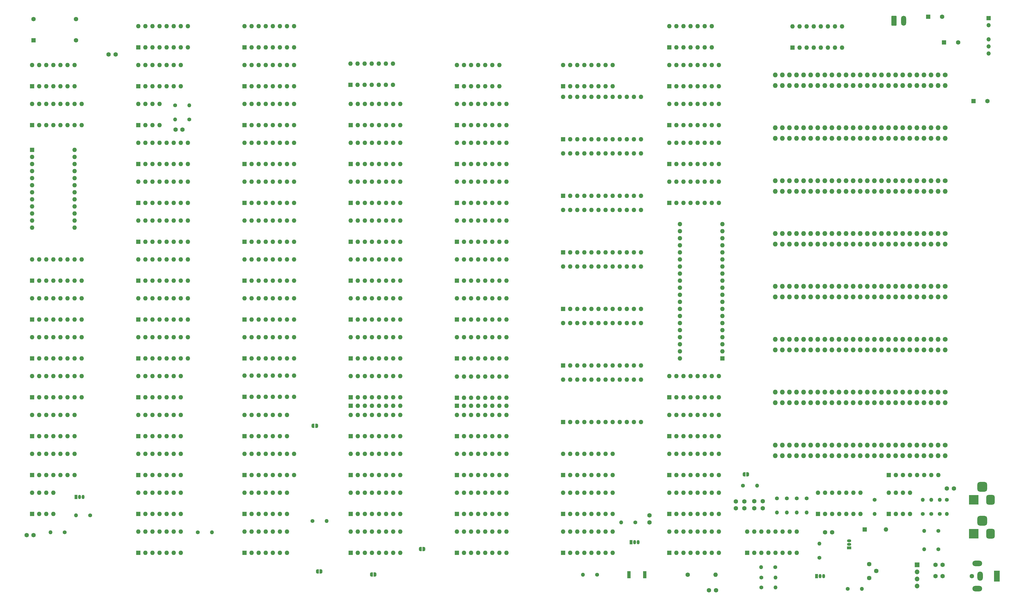
<source format=gbr>
G04 #@! TF.GenerationSoftware,KiCad,Pcbnew,6.0.0-d3dd2cf0fa~116~ubuntu21.10.1*
G04 #@! TF.CreationDate,2022-01-15T20:47:48-06:00*
G04 #@! TF.ProjectId,applebrd,6170706c-6562-4726-942e-6b696361645f,rev?*
G04 #@! TF.SameCoordinates,Original*
G04 #@! TF.FileFunction,Soldermask,Top*
G04 #@! TF.FilePolarity,Negative*
%FSLAX46Y46*%
G04 Gerber Fmt 4.6, Leading zero omitted, Abs format (unit mm)*
G04 Created by KiCad (PCBNEW 6.0.0-d3dd2cf0fa~116~ubuntu21.10.1) date 2022-01-15 20:47:48*
%MOMM*%
%LPD*%
G01*
G04 APERTURE LIST*
G04 Aperture macros list*
%AMRoundRect*
0 Rectangle with rounded corners*
0 $1 Rounding radius*
0 $2 $3 $4 $5 $6 $7 $8 $9 X,Y pos of 4 corners*
0 Add a 4 corners polygon primitive as box body*
4,1,4,$2,$3,$4,$5,$6,$7,$8,$9,$2,$3,0*
0 Add four circle primitives for the rounded corners*
1,1,$1+$1,$2,$3*
1,1,$1+$1,$4,$5*
1,1,$1+$1,$6,$7*
1,1,$1+$1,$8,$9*
0 Add four rect primitives between the rounded corners*
20,1,$1+$1,$2,$3,$4,$5,0*
20,1,$1+$1,$4,$5,$6,$7,0*
20,1,$1+$1,$6,$7,$8,$9,0*
20,1,$1+$1,$8,$9,$2,$3,0*%
%AMFreePoly0*
4,1,22,0.500000,-0.750000,0.000000,-0.750000,0.000000,-0.745033,-0.079941,-0.743568,-0.215256,-0.701293,-0.333266,-0.622738,-0.424486,-0.514219,-0.481581,-0.384460,-0.499164,-0.250000,-0.500000,-0.250000,-0.500000,0.250000,-0.499164,0.250000,-0.499963,0.256109,-0.478152,0.396186,-0.417904,0.524511,-0.324060,0.630769,-0.204165,0.706417,-0.067858,0.745374,0.000000,0.744959,0.000000,0.750000,
0.500000,0.750000,0.500000,-0.750000,0.500000,-0.750000,$1*%
%AMFreePoly1*
4,1,20,0.000000,0.744959,0.073905,0.744508,0.209726,0.703889,0.328688,0.626782,0.421226,0.519385,0.479903,0.390333,0.500000,0.250000,0.500000,-0.250000,0.499851,-0.262216,0.476331,-0.402017,0.414519,-0.529596,0.319384,-0.634700,0.198574,-0.708877,0.061801,-0.746166,0.000000,-0.745033,0.000000,-0.750000,-0.500000,-0.750000,-0.500000,0.750000,0.000000,0.750000,0.000000,0.744959,
0.000000,0.744959,$1*%
G04 Aperture macros list end*
%ADD10C,1.620000*%
%ADD11RoundRect,0.250000X-0.650000X-1.550000X0.650000X-1.550000X0.650000X1.550000X-0.650000X1.550000X0*%
%ADD12O,1.800000X3.600000*%
%ADD13R,2.000000X4.000000*%
%ADD14O,2.000000X3.300000*%
%ADD15O,3.500000X2.000000*%
%ADD16C,1.600000*%
%ADD17R,1.600000X1.600000*%
%ADD18O,1.600000X1.600000*%
%ADD19R,1.050000X1.500000*%
%ADD20O,1.050000X1.500000*%
%ADD21C,1.400000*%
%ADD22O,1.400000X1.400000*%
%ADD23R,1.300000X2.500000*%
%ADD24FreePoly0,0.000000*%
%ADD25FreePoly1,0.000000*%
%ADD26FreePoly0,180.000000*%
%ADD27FreePoly1,180.000000*%
%ADD28R,1.500000X1.050000*%
%ADD29O,1.500000X1.050000*%
%ADD30R,3.500000X3.500000*%
%ADD31RoundRect,0.750000X0.750000X1.000000X-0.750000X1.000000X-0.750000X-1.000000X0.750000X-1.000000X0*%
%ADD32RoundRect,0.875000X0.875000X0.875000X-0.875000X0.875000X-0.875000X-0.875000X0.875000X-0.875000X0*%
%ADD33R,1.700000X1.700000*%
%ADD34O,1.700000X1.700000*%
%ADD35O,1.727200X1.727200*%
%ADD36C,1.727200*%
%ADD37R,1.500000X1.500000*%
%ADD38O,1.500000X1.500000*%
G04 APERTURE END LIST*
D10*
X358745400Y-360817800D03*
X361245400Y-358317800D03*
X358745400Y-355817800D03*
D11*
X367588800Y-160553400D03*
D12*
X371088800Y-160553400D03*
D13*
X404508600Y-360121200D03*
D14*
X398508600Y-360121200D03*
D15*
X397508600Y-355621200D03*
X397508600Y-364621200D03*
D16*
X395508600Y-360121200D03*
D17*
X357124000Y-343408000D03*
D18*
X364744000Y-343408000D03*
D19*
X273304000Y-347980000D03*
D20*
X274574000Y-347980000D03*
X275844000Y-347980000D03*
D19*
X339852000Y-360172000D03*
D20*
X341122000Y-360172000D03*
X342392000Y-360172000D03*
D19*
X74168000Y-331724000D03*
D20*
X75438000Y-331724000D03*
X76708000Y-331724000D03*
D21*
X261112000Y-359664000D03*
D22*
X256032000Y-359664000D03*
D21*
X324982840Y-356930960D03*
D22*
X319902840Y-356930960D03*
D21*
X320040000Y-364236000D03*
D22*
X325120000Y-364236000D03*
D21*
X320040000Y-360680000D03*
D22*
X325120000Y-360680000D03*
D21*
X351028000Y-364744000D03*
D22*
X356108000Y-364744000D03*
D21*
X383540000Y-350520000D03*
D22*
X378460000Y-350520000D03*
D21*
X114808000Y-196088000D03*
D22*
X114808000Y-191008000D03*
D21*
X109728000Y-191008000D03*
D22*
X109728000Y-196088000D03*
D21*
X79248000Y-338328000D03*
D22*
X74168000Y-338328000D03*
D21*
X360680000Y-332740000D03*
D22*
X360680000Y-337820000D03*
D21*
X377952000Y-337820000D03*
D22*
X377952000Y-332740000D03*
D21*
X381000000Y-337820000D03*
D22*
X381000000Y-332740000D03*
D21*
X383540000Y-343916000D03*
D22*
X378460000Y-343916000D03*
D21*
X384048000Y-337820000D03*
D22*
X384048000Y-332740000D03*
D21*
X325628000Y-332232000D03*
D22*
X325628000Y-337312000D03*
D21*
X329184000Y-332232000D03*
D22*
X329184000Y-337312000D03*
D21*
X332740000Y-332232000D03*
D22*
X332740000Y-337312000D03*
D21*
X336296000Y-332232000D03*
D22*
X336296000Y-337312000D03*
D21*
X340868000Y-353568000D03*
D22*
X340868000Y-348488000D03*
D21*
X117856000Y-344424000D03*
D22*
X122936000Y-344424000D03*
D21*
X70104000Y-344424000D03*
D22*
X65024000Y-344424000D03*
D21*
X274828000Y-340868000D03*
D22*
X269748000Y-340868000D03*
D21*
X386588000Y-332740000D03*
D22*
X386588000Y-337820000D03*
D21*
X159004000Y-340360000D03*
D22*
X164084000Y-340360000D03*
D17*
X172720000Y-298958000D03*
D18*
X175260000Y-298958000D03*
X177800000Y-298958000D03*
X180340000Y-298958000D03*
X182880000Y-298958000D03*
X185420000Y-298958000D03*
X187960000Y-298958000D03*
X190500000Y-298958000D03*
D17*
X58420000Y-184150000D03*
D18*
X60960000Y-184150000D03*
X63500000Y-184150000D03*
X66040000Y-184150000D03*
X68580000Y-184150000D03*
X71120000Y-184150000D03*
X73660000Y-184150000D03*
X73660000Y-176530000D03*
X71120000Y-176530000D03*
X68580000Y-176530000D03*
X66040000Y-176530000D03*
X63500000Y-176530000D03*
X60960000Y-176530000D03*
X58420000Y-176530000D03*
D17*
X58420000Y-198120000D03*
D18*
X60960000Y-198120000D03*
X63500000Y-198120000D03*
X66040000Y-198120000D03*
X68580000Y-198120000D03*
X71120000Y-198120000D03*
X73660000Y-198120000D03*
X76200000Y-198120000D03*
X76200000Y-190500000D03*
X73660000Y-190500000D03*
X71120000Y-190500000D03*
X68580000Y-190500000D03*
X66040000Y-190500000D03*
X63500000Y-190500000D03*
X60960000Y-190500000D03*
X58420000Y-190500000D03*
D17*
X58420000Y-207010000D03*
D18*
X58420000Y-209550000D03*
X58420000Y-212090000D03*
X58420000Y-214630000D03*
X58420000Y-217170000D03*
X58420000Y-219710000D03*
X58420000Y-222250000D03*
X58420000Y-224790000D03*
X58420000Y-227330000D03*
X58420000Y-229870000D03*
X58420000Y-232410000D03*
X58420000Y-234950000D03*
X73660000Y-234950000D03*
X73660000Y-232410000D03*
X73660000Y-229870000D03*
X73660000Y-227330000D03*
X73660000Y-224790000D03*
X73660000Y-222250000D03*
X73660000Y-219710000D03*
X73660000Y-217170000D03*
X73660000Y-214630000D03*
X73660000Y-212090000D03*
X73660000Y-209550000D03*
X73660000Y-207010000D03*
D17*
X58420000Y-267970000D03*
D18*
X60960000Y-267970000D03*
X63500000Y-267970000D03*
X66040000Y-267970000D03*
X68580000Y-267970000D03*
X71120000Y-267970000D03*
X73660000Y-267970000D03*
X76200000Y-267970000D03*
X76200000Y-260350000D03*
X73660000Y-260350000D03*
X71120000Y-260350000D03*
X68580000Y-260350000D03*
X66040000Y-260350000D03*
X63500000Y-260350000D03*
X60960000Y-260350000D03*
X58420000Y-260350000D03*
D17*
X58420000Y-254000000D03*
D18*
X60960000Y-254000000D03*
X63500000Y-254000000D03*
X66040000Y-254000000D03*
X68580000Y-254000000D03*
X71120000Y-254000000D03*
X73660000Y-254000000D03*
X76200000Y-254000000D03*
X76200000Y-246380000D03*
X73660000Y-246380000D03*
X71120000Y-246380000D03*
X68580000Y-246380000D03*
X66040000Y-246380000D03*
X63500000Y-246380000D03*
X60960000Y-246380000D03*
X58420000Y-246380000D03*
D17*
X58420000Y-281940000D03*
D18*
X60960000Y-281940000D03*
X63500000Y-281940000D03*
X66040000Y-281940000D03*
X68580000Y-281940000D03*
X71120000Y-281940000D03*
X73660000Y-281940000D03*
X76200000Y-281940000D03*
X76200000Y-274320000D03*
X73660000Y-274320000D03*
X71120000Y-274320000D03*
X68580000Y-274320000D03*
X66040000Y-274320000D03*
X63500000Y-274320000D03*
X60960000Y-274320000D03*
X58420000Y-274320000D03*
D17*
X58420000Y-295910000D03*
D18*
X60960000Y-295910000D03*
X63500000Y-295910000D03*
X66040000Y-295910000D03*
X68580000Y-295910000D03*
X71120000Y-295910000D03*
X73660000Y-295910000D03*
X76200000Y-295910000D03*
X76200000Y-288290000D03*
X73660000Y-288290000D03*
X71120000Y-288290000D03*
X68580000Y-288290000D03*
X66040000Y-288290000D03*
X63500000Y-288290000D03*
X60960000Y-288290000D03*
X58420000Y-288290000D03*
D17*
X58420000Y-309880000D03*
D18*
X60960000Y-309880000D03*
X63500000Y-309880000D03*
X66040000Y-309880000D03*
X68580000Y-309880000D03*
X71120000Y-309880000D03*
X73660000Y-309880000D03*
X73660000Y-302260000D03*
X71120000Y-302260000D03*
X68580000Y-302260000D03*
X66040000Y-302260000D03*
X63500000Y-302260000D03*
X60960000Y-302260000D03*
X58420000Y-302260000D03*
D17*
X58420000Y-323850000D03*
D18*
X60960000Y-323850000D03*
X63500000Y-323850000D03*
X66040000Y-323850000D03*
X68580000Y-323850000D03*
X71120000Y-323850000D03*
X73660000Y-323850000D03*
X73660000Y-316230000D03*
X71120000Y-316230000D03*
X68580000Y-316230000D03*
X66040000Y-316230000D03*
X63500000Y-316230000D03*
X60960000Y-316230000D03*
X58420000Y-316230000D03*
D17*
X96520000Y-170180000D03*
D18*
X99060000Y-170180000D03*
X101600000Y-170180000D03*
X104140000Y-170180000D03*
X106680000Y-170180000D03*
X109220000Y-170180000D03*
X111760000Y-170180000D03*
X114300000Y-170180000D03*
X114300000Y-162560000D03*
X111760000Y-162560000D03*
X109220000Y-162560000D03*
X106680000Y-162560000D03*
X104140000Y-162560000D03*
X101600000Y-162560000D03*
X99060000Y-162560000D03*
X96520000Y-162560000D03*
D17*
X96520000Y-184150000D03*
D18*
X99060000Y-184150000D03*
X101600000Y-184150000D03*
X104140000Y-184150000D03*
X106680000Y-184150000D03*
X109220000Y-184150000D03*
X111760000Y-184150000D03*
X111760000Y-176530000D03*
X109220000Y-176530000D03*
X106680000Y-176530000D03*
X104140000Y-176530000D03*
X101600000Y-176530000D03*
X99060000Y-176530000D03*
X96520000Y-176530000D03*
D17*
X96520000Y-212090000D03*
D18*
X99060000Y-212090000D03*
X101600000Y-212090000D03*
X104140000Y-212090000D03*
X106680000Y-212090000D03*
X109220000Y-212090000D03*
X111760000Y-212090000D03*
X114300000Y-212090000D03*
X114300000Y-204470000D03*
X111760000Y-204470000D03*
X109220000Y-204470000D03*
X106680000Y-204470000D03*
X104140000Y-204470000D03*
X101600000Y-204470000D03*
X99060000Y-204470000D03*
X96520000Y-204470000D03*
D17*
X96520000Y-226060000D03*
D18*
X99060000Y-226060000D03*
X101600000Y-226060000D03*
X104140000Y-226060000D03*
X106680000Y-226060000D03*
X109220000Y-226060000D03*
X111760000Y-226060000D03*
X114300000Y-226060000D03*
X114300000Y-218440000D03*
X111760000Y-218440000D03*
X109220000Y-218440000D03*
X106680000Y-218440000D03*
X104140000Y-218440000D03*
X101600000Y-218440000D03*
X99060000Y-218440000D03*
X96520000Y-218440000D03*
D17*
X96520000Y-240030000D03*
D18*
X99060000Y-240030000D03*
X101600000Y-240030000D03*
X104140000Y-240030000D03*
X106680000Y-240030000D03*
X109220000Y-240030000D03*
X111760000Y-240030000D03*
X114300000Y-240030000D03*
X114300000Y-232410000D03*
X111760000Y-232410000D03*
X109220000Y-232410000D03*
X106680000Y-232410000D03*
X104140000Y-232410000D03*
X101600000Y-232410000D03*
X99060000Y-232410000D03*
X96520000Y-232410000D03*
D17*
X96520000Y-254000000D03*
D18*
X99060000Y-254000000D03*
X101600000Y-254000000D03*
X104140000Y-254000000D03*
X106680000Y-254000000D03*
X109220000Y-254000000D03*
X111760000Y-254000000D03*
X114300000Y-254000000D03*
X114300000Y-246380000D03*
X111760000Y-246380000D03*
X109220000Y-246380000D03*
X106680000Y-246380000D03*
X104140000Y-246380000D03*
X101600000Y-246380000D03*
X99060000Y-246380000D03*
X96520000Y-246380000D03*
D17*
X96520000Y-267970000D03*
D18*
X99060000Y-267970000D03*
X101600000Y-267970000D03*
X104140000Y-267970000D03*
X106680000Y-267970000D03*
X109220000Y-267970000D03*
X111760000Y-267970000D03*
X114300000Y-267970000D03*
X114300000Y-260350000D03*
X111760000Y-260350000D03*
X109220000Y-260350000D03*
X106680000Y-260350000D03*
X104140000Y-260350000D03*
X101600000Y-260350000D03*
X99060000Y-260350000D03*
X96520000Y-260350000D03*
D17*
X96520000Y-281940000D03*
D18*
X99060000Y-281940000D03*
X101600000Y-281940000D03*
X104140000Y-281940000D03*
X106680000Y-281940000D03*
X109220000Y-281940000D03*
X111760000Y-281940000D03*
X114300000Y-281940000D03*
X114300000Y-274320000D03*
X111760000Y-274320000D03*
X109220000Y-274320000D03*
X106680000Y-274320000D03*
X104140000Y-274320000D03*
X101600000Y-274320000D03*
X99060000Y-274320000D03*
X96520000Y-274320000D03*
D17*
X96520000Y-295910000D03*
D18*
X99060000Y-295910000D03*
X101600000Y-295910000D03*
X104140000Y-295910000D03*
X106680000Y-295910000D03*
X109220000Y-295910000D03*
X111760000Y-295910000D03*
X111760000Y-288290000D03*
X109220000Y-288290000D03*
X106680000Y-288290000D03*
X104140000Y-288290000D03*
X101600000Y-288290000D03*
X99060000Y-288290000D03*
X96520000Y-288290000D03*
D17*
X96520000Y-309880000D03*
D18*
X99060000Y-309880000D03*
X101600000Y-309880000D03*
X104140000Y-309880000D03*
X106680000Y-309880000D03*
X109220000Y-309880000D03*
X111760000Y-309880000D03*
X111760000Y-302260000D03*
X109220000Y-302260000D03*
X106680000Y-302260000D03*
X104140000Y-302260000D03*
X101600000Y-302260000D03*
X99060000Y-302260000D03*
X96520000Y-302260000D03*
D17*
X96520000Y-337820000D03*
D18*
X99060000Y-337820000D03*
X101600000Y-337820000D03*
X104140000Y-337820000D03*
X106680000Y-337820000D03*
X109220000Y-337820000D03*
X111760000Y-337820000D03*
X111760000Y-330200000D03*
X109220000Y-330200000D03*
X106680000Y-330200000D03*
X104140000Y-330200000D03*
X101600000Y-330200000D03*
X99060000Y-330200000D03*
X96520000Y-330200000D03*
D17*
X96520000Y-351790000D03*
D18*
X99060000Y-351790000D03*
X101600000Y-351790000D03*
X104140000Y-351790000D03*
X106680000Y-351790000D03*
X109220000Y-351790000D03*
X111760000Y-351790000D03*
X111760000Y-344170000D03*
X109220000Y-344170000D03*
X106680000Y-344170000D03*
X104140000Y-344170000D03*
X101600000Y-344170000D03*
X99060000Y-344170000D03*
X96520000Y-344170000D03*
D17*
X134620000Y-170180000D03*
D18*
X137160000Y-170180000D03*
X139700000Y-170180000D03*
X142240000Y-170180000D03*
X144780000Y-170180000D03*
X147320000Y-170180000D03*
X149860000Y-170180000D03*
X152400000Y-170180000D03*
X152400000Y-162560000D03*
X149860000Y-162560000D03*
X147320000Y-162560000D03*
X144780000Y-162560000D03*
X142240000Y-162560000D03*
X139700000Y-162560000D03*
X137160000Y-162560000D03*
X134620000Y-162560000D03*
D17*
X134620000Y-184150000D03*
D18*
X137160000Y-184150000D03*
X139700000Y-184150000D03*
X142240000Y-184150000D03*
X144780000Y-184150000D03*
X147320000Y-184150000D03*
X149860000Y-184150000D03*
X152400000Y-184150000D03*
X152400000Y-176530000D03*
X149860000Y-176530000D03*
X147320000Y-176530000D03*
X144780000Y-176530000D03*
X142240000Y-176530000D03*
X139700000Y-176530000D03*
X137160000Y-176530000D03*
X134620000Y-176530000D03*
D17*
X134620000Y-323850000D03*
D18*
X137160000Y-323850000D03*
X139700000Y-323850000D03*
X142240000Y-323850000D03*
X144780000Y-323850000D03*
X147320000Y-323850000D03*
X149860000Y-323850000D03*
X152400000Y-323850000D03*
X152400000Y-316230000D03*
X149860000Y-316230000D03*
X147320000Y-316230000D03*
X144780000Y-316230000D03*
X142240000Y-316230000D03*
X139700000Y-316230000D03*
X137160000Y-316230000D03*
X134620000Y-316230000D03*
D17*
X134620000Y-337820000D03*
D18*
X137160000Y-337820000D03*
X139700000Y-337820000D03*
X142240000Y-337820000D03*
X144780000Y-337820000D03*
X147320000Y-337820000D03*
X149860000Y-337820000D03*
X149860000Y-330200000D03*
X147320000Y-330200000D03*
X144780000Y-330200000D03*
X142240000Y-330200000D03*
X139700000Y-330200000D03*
X137160000Y-330200000D03*
X134620000Y-330200000D03*
D17*
X134620000Y-351790000D03*
D18*
X137160000Y-351790000D03*
X139700000Y-351790000D03*
X142240000Y-351790000D03*
X144780000Y-351790000D03*
X147320000Y-351790000D03*
X149860000Y-351790000D03*
X149860000Y-344170000D03*
X147320000Y-344170000D03*
X144780000Y-344170000D03*
X142240000Y-344170000D03*
X139700000Y-344170000D03*
X137160000Y-344170000D03*
X134620000Y-344170000D03*
D17*
X172720000Y-309880000D03*
D18*
X175260000Y-309880000D03*
X177800000Y-309880000D03*
X180340000Y-309880000D03*
X182880000Y-309880000D03*
X185420000Y-309880000D03*
X187960000Y-309880000D03*
X190500000Y-309880000D03*
X190500000Y-302260000D03*
X187960000Y-302260000D03*
X185420000Y-302260000D03*
X182880000Y-302260000D03*
X180340000Y-302260000D03*
X177800000Y-302260000D03*
X175260000Y-302260000D03*
X172720000Y-302260000D03*
D17*
X172720000Y-323850000D03*
D18*
X175260000Y-323850000D03*
X177800000Y-323850000D03*
X180340000Y-323850000D03*
X182880000Y-323850000D03*
X185420000Y-323850000D03*
X187960000Y-323850000D03*
X190500000Y-323850000D03*
X190500000Y-316230000D03*
X187960000Y-316230000D03*
X185420000Y-316230000D03*
X182880000Y-316230000D03*
X180340000Y-316230000D03*
X177800000Y-316230000D03*
X175260000Y-316230000D03*
X172720000Y-316230000D03*
D17*
X172720000Y-337820000D03*
D18*
X175260000Y-337820000D03*
X177800000Y-337820000D03*
X180340000Y-337820000D03*
X182880000Y-337820000D03*
X185420000Y-337820000D03*
X187960000Y-337820000D03*
X190500000Y-337820000D03*
X190500000Y-330200000D03*
X187960000Y-330200000D03*
X185420000Y-330200000D03*
X182880000Y-330200000D03*
X180340000Y-330200000D03*
X177800000Y-330200000D03*
X175260000Y-330200000D03*
X172720000Y-330200000D03*
D17*
X172720000Y-351790000D03*
D18*
X175260000Y-351790000D03*
X177800000Y-351790000D03*
X180340000Y-351790000D03*
X182880000Y-351790000D03*
X185420000Y-351790000D03*
X187960000Y-351790000D03*
X190500000Y-351790000D03*
X190500000Y-344170000D03*
X187960000Y-344170000D03*
X185420000Y-344170000D03*
X182880000Y-344170000D03*
X180340000Y-344170000D03*
X177800000Y-344170000D03*
X175260000Y-344170000D03*
X172720000Y-344170000D03*
D17*
X210820000Y-309880000D03*
D18*
X213360000Y-309880000D03*
X215900000Y-309880000D03*
X218440000Y-309880000D03*
X220980000Y-309880000D03*
X223520000Y-309880000D03*
X226060000Y-309880000D03*
X228600000Y-309880000D03*
X228600000Y-302260000D03*
X226060000Y-302260000D03*
X223520000Y-302260000D03*
X220980000Y-302260000D03*
X218440000Y-302260000D03*
X215900000Y-302260000D03*
X213360000Y-302260000D03*
X210820000Y-302260000D03*
D17*
X210820000Y-323850000D03*
D18*
X213360000Y-323850000D03*
X215900000Y-323850000D03*
X218440000Y-323850000D03*
X220980000Y-323850000D03*
X223520000Y-323850000D03*
X226060000Y-323850000D03*
X228600000Y-323850000D03*
X228600000Y-316230000D03*
X226060000Y-316230000D03*
X223520000Y-316230000D03*
X220980000Y-316230000D03*
X218440000Y-316230000D03*
X215900000Y-316230000D03*
X213360000Y-316230000D03*
X210820000Y-316230000D03*
D17*
X210820000Y-351790000D03*
D18*
X213360000Y-351790000D03*
X215900000Y-351790000D03*
X218440000Y-351790000D03*
X220980000Y-351790000D03*
X223520000Y-351790000D03*
X226060000Y-351790000D03*
X228600000Y-351790000D03*
X228600000Y-344170000D03*
X226060000Y-344170000D03*
X223520000Y-344170000D03*
X220980000Y-344170000D03*
X218440000Y-344170000D03*
X215900000Y-344170000D03*
X213360000Y-344170000D03*
X210820000Y-344170000D03*
D17*
X248920000Y-184150000D03*
D18*
X251460000Y-184150000D03*
X254000000Y-184150000D03*
X256540000Y-184150000D03*
X259080000Y-184150000D03*
X261620000Y-184150000D03*
X264160000Y-184150000D03*
X266700000Y-184150000D03*
X266700000Y-176530000D03*
X264160000Y-176530000D03*
X261620000Y-176530000D03*
X259080000Y-176530000D03*
X256540000Y-176530000D03*
X254000000Y-176530000D03*
X251460000Y-176530000D03*
X248920000Y-176530000D03*
D17*
X248920000Y-323850000D03*
D18*
X251460000Y-323850000D03*
X254000000Y-323850000D03*
X256540000Y-323850000D03*
X259080000Y-323850000D03*
X261620000Y-323850000D03*
X264160000Y-323850000D03*
X266700000Y-323850000D03*
X266700000Y-316230000D03*
X264160000Y-316230000D03*
X261620000Y-316230000D03*
X259080000Y-316230000D03*
X256540000Y-316230000D03*
X254000000Y-316230000D03*
X251460000Y-316230000D03*
X248920000Y-316230000D03*
D17*
X248920000Y-337820000D03*
D18*
X251460000Y-337820000D03*
X254000000Y-337820000D03*
X256540000Y-337820000D03*
X259080000Y-337820000D03*
X261620000Y-337820000D03*
X264160000Y-337820000D03*
X266700000Y-337820000D03*
X266700000Y-330200000D03*
X264160000Y-330200000D03*
X261620000Y-330200000D03*
X259080000Y-330200000D03*
X256540000Y-330200000D03*
X254000000Y-330200000D03*
X251460000Y-330200000D03*
X248920000Y-330200000D03*
D17*
X248920000Y-351790000D03*
D18*
X251460000Y-351790000D03*
X254000000Y-351790000D03*
X256540000Y-351790000D03*
X259080000Y-351790000D03*
X261620000Y-351790000D03*
X264160000Y-351790000D03*
X266700000Y-351790000D03*
X266700000Y-344170000D03*
X264160000Y-344170000D03*
X261620000Y-344170000D03*
X259080000Y-344170000D03*
X256540000Y-344170000D03*
X254000000Y-344170000D03*
X251460000Y-344170000D03*
X248920000Y-344170000D03*
D17*
X287020000Y-170180000D03*
D18*
X289560000Y-170180000D03*
X292100000Y-170180000D03*
X294640000Y-170180000D03*
X297180000Y-170180000D03*
X299720000Y-170180000D03*
X302260000Y-170180000D03*
X302260000Y-162560000D03*
X299720000Y-162560000D03*
X297180000Y-162560000D03*
X294640000Y-162560000D03*
X292100000Y-162560000D03*
X289560000Y-162560000D03*
X287020000Y-162560000D03*
D17*
X287020000Y-351790000D03*
D18*
X289560000Y-351790000D03*
X292100000Y-351790000D03*
X294640000Y-351790000D03*
X297180000Y-351790000D03*
X299720000Y-351790000D03*
X302260000Y-351790000D03*
X304800000Y-351790000D03*
X304800000Y-344170000D03*
X302260000Y-344170000D03*
X299720000Y-344170000D03*
X297180000Y-344170000D03*
X294640000Y-344170000D03*
X292100000Y-344170000D03*
X289560000Y-344170000D03*
X287020000Y-344170000D03*
D17*
X331195680Y-170263820D03*
D18*
X333735680Y-170263820D03*
X336275680Y-170263820D03*
X338815680Y-170263820D03*
X341355680Y-170263820D03*
X343895680Y-170263820D03*
X346435680Y-170263820D03*
X348975680Y-170263820D03*
X348975680Y-162643820D03*
X346435680Y-162643820D03*
X343895680Y-162643820D03*
X341355680Y-162643820D03*
X338815680Y-162643820D03*
X336275680Y-162643820D03*
X333735680Y-162643820D03*
X331195680Y-162643820D03*
D17*
X287020000Y-198120000D03*
D18*
X289560000Y-198120000D03*
X292100000Y-198120000D03*
X294640000Y-198120000D03*
X297180000Y-198120000D03*
X299720000Y-198120000D03*
X302260000Y-198120000D03*
X304800000Y-198120000D03*
X304800000Y-190500000D03*
X302260000Y-190500000D03*
X299720000Y-190500000D03*
X297180000Y-190500000D03*
X294640000Y-190500000D03*
X292100000Y-190500000D03*
X289560000Y-190500000D03*
X287020000Y-190500000D03*
D17*
X287020000Y-212090000D03*
D18*
X289560000Y-212090000D03*
X292100000Y-212090000D03*
X294640000Y-212090000D03*
X297180000Y-212090000D03*
X299720000Y-212090000D03*
X302260000Y-212090000D03*
X304800000Y-212090000D03*
X304800000Y-204470000D03*
X302260000Y-204470000D03*
X299720000Y-204470000D03*
X297180000Y-204470000D03*
X294640000Y-204470000D03*
X292100000Y-204470000D03*
X289560000Y-204470000D03*
X287020000Y-204470000D03*
D17*
X314960000Y-351790000D03*
D18*
X317500000Y-351790000D03*
X320040000Y-351790000D03*
X322580000Y-351790000D03*
X325120000Y-351790000D03*
X327660000Y-351790000D03*
X330200000Y-351790000D03*
X332740000Y-351790000D03*
X332740000Y-344170000D03*
X330200000Y-344170000D03*
X327660000Y-344170000D03*
X325120000Y-344170000D03*
X322580000Y-344170000D03*
X320040000Y-344170000D03*
X317500000Y-344170000D03*
X314960000Y-344170000D03*
D17*
X365760000Y-337820000D03*
D18*
X368300000Y-337820000D03*
X370840000Y-337820000D03*
X373380000Y-337820000D03*
X373380000Y-330200000D03*
X370840000Y-330200000D03*
X368300000Y-330200000D03*
X365760000Y-330200000D03*
D17*
X287020000Y-226060000D03*
D18*
X289560000Y-226060000D03*
X292100000Y-226060000D03*
X294640000Y-226060000D03*
X297180000Y-226060000D03*
X299720000Y-226060000D03*
X302260000Y-226060000D03*
X304800000Y-226060000D03*
X304800000Y-218440000D03*
X302260000Y-218440000D03*
X299720000Y-218440000D03*
X297180000Y-218440000D03*
X294640000Y-218440000D03*
X292100000Y-218440000D03*
X289560000Y-218440000D03*
X287020000Y-218440000D03*
D17*
X287020000Y-295910000D03*
D18*
X289560000Y-295910000D03*
X292100000Y-295910000D03*
X294640000Y-295910000D03*
X297180000Y-295910000D03*
X299720000Y-295910000D03*
X302260000Y-295910000D03*
X304800000Y-295910000D03*
X304800000Y-288290000D03*
X302260000Y-288290000D03*
X299720000Y-288290000D03*
X297180000Y-288290000D03*
X294640000Y-288290000D03*
X292100000Y-288290000D03*
X289560000Y-288290000D03*
X287020000Y-288290000D03*
D17*
X287020000Y-309880000D03*
D18*
X289560000Y-309880000D03*
X292100000Y-309880000D03*
X294640000Y-309880000D03*
X297180000Y-309880000D03*
X299720000Y-309880000D03*
X302260000Y-309880000D03*
X304800000Y-309880000D03*
X304800000Y-302260000D03*
X302260000Y-302260000D03*
X299720000Y-302260000D03*
X297180000Y-302260000D03*
X294640000Y-302260000D03*
X292100000Y-302260000D03*
X289560000Y-302260000D03*
X287020000Y-302260000D03*
D17*
X248920000Y-203200000D03*
D18*
X251460000Y-203200000D03*
X254000000Y-203200000D03*
X256540000Y-203200000D03*
X259080000Y-203200000D03*
X261620000Y-203200000D03*
X264160000Y-203200000D03*
X266700000Y-203200000D03*
X269240000Y-203200000D03*
X271780000Y-203200000D03*
X274320000Y-203200000D03*
X276860000Y-203200000D03*
X276860000Y-187960000D03*
X274320000Y-187960000D03*
X271780000Y-187960000D03*
X269240000Y-187960000D03*
X266700000Y-187960000D03*
X264160000Y-187960000D03*
X261620000Y-187960000D03*
X259080000Y-187960000D03*
X256540000Y-187960000D03*
X254000000Y-187960000D03*
X251460000Y-187960000D03*
X248920000Y-187960000D03*
D17*
X248920000Y-223520000D03*
D18*
X251460000Y-223520000D03*
X254000000Y-223520000D03*
X256540000Y-223520000D03*
X259080000Y-223520000D03*
X261620000Y-223520000D03*
X264160000Y-223520000D03*
X266700000Y-223520000D03*
X269240000Y-223520000D03*
X271780000Y-223520000D03*
X274320000Y-223520000D03*
X276860000Y-223520000D03*
X276860000Y-208280000D03*
X274320000Y-208280000D03*
X271780000Y-208280000D03*
X269240000Y-208280000D03*
X266700000Y-208280000D03*
X264160000Y-208280000D03*
X261620000Y-208280000D03*
X259080000Y-208280000D03*
X256540000Y-208280000D03*
X254000000Y-208280000D03*
X251460000Y-208280000D03*
X248920000Y-208280000D03*
D17*
X248920000Y-243840000D03*
D18*
X251460000Y-243840000D03*
X254000000Y-243840000D03*
X256540000Y-243840000D03*
X259080000Y-243840000D03*
X261620000Y-243840000D03*
X264160000Y-243840000D03*
X266700000Y-243840000D03*
X269240000Y-243840000D03*
X271780000Y-243840000D03*
X274320000Y-243840000D03*
X276860000Y-243840000D03*
X276860000Y-228600000D03*
X274320000Y-228600000D03*
X271780000Y-228600000D03*
X269240000Y-228600000D03*
X266700000Y-228600000D03*
X264160000Y-228600000D03*
X261620000Y-228600000D03*
X259080000Y-228600000D03*
X256540000Y-228600000D03*
X254000000Y-228600000D03*
X251460000Y-228600000D03*
X248920000Y-228600000D03*
D17*
X248920000Y-264160000D03*
D18*
X251460000Y-264160000D03*
X254000000Y-264160000D03*
X256540000Y-264160000D03*
X259080000Y-264160000D03*
X261620000Y-264160000D03*
X264160000Y-264160000D03*
X266700000Y-264160000D03*
X269240000Y-264160000D03*
X271780000Y-264160000D03*
X274320000Y-264160000D03*
X276860000Y-264160000D03*
X276860000Y-248920000D03*
X274320000Y-248920000D03*
X271780000Y-248920000D03*
X269240000Y-248920000D03*
X266700000Y-248920000D03*
X264160000Y-248920000D03*
X261620000Y-248920000D03*
X259080000Y-248920000D03*
X256540000Y-248920000D03*
X254000000Y-248920000D03*
X251460000Y-248920000D03*
X248920000Y-248920000D03*
D17*
X248920000Y-284480000D03*
D18*
X251460000Y-284480000D03*
X254000000Y-284480000D03*
X256540000Y-284480000D03*
X259080000Y-284480000D03*
X261620000Y-284480000D03*
X264160000Y-284480000D03*
X266700000Y-284480000D03*
X269240000Y-284480000D03*
X271780000Y-284480000D03*
X274320000Y-284480000D03*
X276860000Y-284480000D03*
X276860000Y-269240000D03*
X274320000Y-269240000D03*
X271780000Y-269240000D03*
X269240000Y-269240000D03*
X266700000Y-269240000D03*
X264160000Y-269240000D03*
X261620000Y-269240000D03*
X259080000Y-269240000D03*
X256540000Y-269240000D03*
X254000000Y-269240000D03*
X251460000Y-269240000D03*
X248920000Y-269240000D03*
D17*
X248920000Y-304800000D03*
D18*
X251460000Y-304800000D03*
X254000000Y-304800000D03*
X256540000Y-304800000D03*
X259080000Y-304800000D03*
X261620000Y-304800000D03*
X264160000Y-304800000D03*
X266700000Y-304800000D03*
X269240000Y-304800000D03*
X271780000Y-304800000D03*
X274320000Y-304800000D03*
X276860000Y-304800000D03*
X276860000Y-289560000D03*
X274320000Y-289560000D03*
X271780000Y-289560000D03*
X269240000Y-289560000D03*
X266700000Y-289560000D03*
X264160000Y-289560000D03*
X261620000Y-289560000D03*
X259080000Y-289560000D03*
X256540000Y-289560000D03*
X254000000Y-289560000D03*
X251460000Y-289560000D03*
X248920000Y-289560000D03*
D17*
X58928000Y-167640000D03*
D16*
X74168000Y-167640000D03*
X74168000Y-160020000D03*
X58928000Y-160020000D03*
D17*
X287020000Y-337820000D03*
D18*
X289560000Y-337820000D03*
X292100000Y-337820000D03*
X294640000Y-337820000D03*
X297180000Y-337820000D03*
X299720000Y-337820000D03*
X302260000Y-337820000D03*
X304800000Y-337820000D03*
X304800000Y-330200000D03*
X302260000Y-330200000D03*
X299720000Y-330200000D03*
X297180000Y-330200000D03*
X294640000Y-330200000D03*
X292100000Y-330200000D03*
X289560000Y-330200000D03*
X287020000Y-330200000D03*
D17*
X134620000Y-309880000D03*
D18*
X137160000Y-309880000D03*
X139700000Y-309880000D03*
X142240000Y-309880000D03*
X144780000Y-309880000D03*
X147320000Y-309880000D03*
X149860000Y-309880000D03*
X149860000Y-302260000D03*
X147320000Y-302260000D03*
X144780000Y-302260000D03*
X142240000Y-302260000D03*
X139700000Y-302260000D03*
X137160000Y-302260000D03*
X134620000Y-302260000D03*
D17*
X210820000Y-337820000D03*
D18*
X213360000Y-337820000D03*
X215900000Y-337820000D03*
X218440000Y-337820000D03*
X220980000Y-337820000D03*
X223520000Y-337820000D03*
X226060000Y-337820000D03*
X228600000Y-337820000D03*
X228600000Y-330200000D03*
X226060000Y-330200000D03*
X223520000Y-330200000D03*
X220980000Y-330200000D03*
X218440000Y-330200000D03*
X215900000Y-330200000D03*
X213360000Y-330200000D03*
X210820000Y-330200000D03*
D17*
X58420000Y-337820000D03*
D18*
X60960000Y-337820000D03*
X63500000Y-337820000D03*
X66040000Y-337820000D03*
X66040000Y-330200000D03*
X63500000Y-330200000D03*
X60960000Y-330200000D03*
X58420000Y-330200000D03*
D17*
X287020000Y-184150000D03*
D18*
X289560000Y-184150000D03*
X292100000Y-184150000D03*
X294640000Y-184150000D03*
X297180000Y-184150000D03*
X299720000Y-184150000D03*
X302260000Y-184150000D03*
X304800000Y-184150000D03*
X304800000Y-176530000D03*
X302260000Y-176530000D03*
X299720000Y-176530000D03*
X297180000Y-176530000D03*
X294640000Y-176530000D03*
X292100000Y-176530000D03*
X289560000Y-176530000D03*
X287020000Y-176530000D03*
D17*
X287020000Y-323850000D03*
D18*
X289560000Y-323850000D03*
X292100000Y-323850000D03*
X294640000Y-323850000D03*
X297180000Y-323850000D03*
X299720000Y-323850000D03*
X302260000Y-323850000D03*
X304800000Y-323850000D03*
X304800000Y-316230000D03*
X302260000Y-316230000D03*
X299720000Y-316230000D03*
X297180000Y-316230000D03*
X294640000Y-316230000D03*
X292100000Y-316230000D03*
X289560000Y-316230000D03*
X287020000Y-316230000D03*
D16*
X301244000Y-365252000D03*
X303744000Y-365252000D03*
X58928000Y-345440000D03*
X56428000Y-345440000D03*
X310896000Y-335788000D03*
X310896000Y-333288000D03*
X313944000Y-335788000D03*
X313944000Y-333288000D03*
X317500000Y-335748000D03*
X317500000Y-333248000D03*
X320548000Y-335748000D03*
X320548000Y-333248000D03*
X279908000Y-340828000D03*
X279908000Y-338328000D03*
X386588000Y-328676000D03*
X389088000Y-328676000D03*
X342900000Y-344424000D03*
X345400000Y-344424000D03*
X85852000Y-172720000D03*
X88352000Y-172720000D03*
X109860080Y-199694800D03*
X112360080Y-199694800D03*
D23*
X278186000Y-359664000D03*
X272486000Y-359664000D03*
D16*
X293624000Y-359664000D03*
D18*
X303624000Y-359664000D03*
D24*
X159169340Y-306130960D03*
D25*
X160469340Y-306130960D03*
D26*
X198937640Y-350398080D03*
D27*
X197637640Y-350398080D03*
D24*
X160764460Y-358485440D03*
D25*
X162064460Y-358485440D03*
D26*
X181419500Y-359534460D03*
D27*
X180119500Y-359534460D03*
D26*
X315102000Y-323596000D03*
D27*
X313802000Y-323596000D03*
D21*
X313436000Y-327660000D03*
D22*
X318516000Y-327660000D03*
D28*
X351536000Y-350012000D03*
D29*
X351536000Y-348742000D03*
X351536000Y-347472000D03*
D30*
X396240000Y-344932000D03*
D31*
X402240000Y-344932000D03*
D32*
X399240000Y-340232000D03*
D30*
X396240000Y-332740000D03*
D31*
X402240000Y-332740000D03*
D32*
X399240000Y-328040000D03*
D17*
X340360000Y-337820000D03*
D18*
X342900000Y-337820000D03*
X345440000Y-337820000D03*
X347980000Y-337820000D03*
X350520000Y-337820000D03*
X353060000Y-337820000D03*
X355600000Y-337820000D03*
X355600000Y-330200000D03*
X353060000Y-330200000D03*
X350520000Y-330200000D03*
X347980000Y-330200000D03*
X345440000Y-330200000D03*
X342900000Y-330200000D03*
X340360000Y-330200000D03*
D17*
X210820000Y-184150000D03*
D18*
X213360000Y-184150000D03*
X215900000Y-184150000D03*
X218440000Y-184150000D03*
X220980000Y-184150000D03*
X223520000Y-184150000D03*
X226060000Y-184150000D03*
X226060000Y-176530000D03*
X223520000Y-176530000D03*
X220980000Y-176530000D03*
X218440000Y-176530000D03*
X215900000Y-176530000D03*
X213360000Y-176530000D03*
X210820000Y-176530000D03*
D16*
X382524000Y-356108000D03*
X385024000Y-356108000D03*
X382524000Y-360172000D03*
X385024000Y-360172000D03*
D33*
X375920000Y-356108000D03*
D34*
X375920000Y-358648000D03*
X375920000Y-361188000D03*
X375920000Y-363728000D03*
D17*
X96520000Y-323850000D03*
D18*
X99060000Y-323850000D03*
X101600000Y-323850000D03*
X104140000Y-323850000D03*
X106680000Y-323850000D03*
X109220000Y-323850000D03*
X111760000Y-323850000D03*
X111760000Y-316230000D03*
X109220000Y-316230000D03*
X106680000Y-316230000D03*
X104140000Y-316230000D03*
X101600000Y-316230000D03*
X99060000Y-316230000D03*
X96520000Y-316230000D03*
D17*
X365760000Y-323850000D03*
D18*
X368300000Y-323850000D03*
X370840000Y-323850000D03*
X373380000Y-323850000D03*
X375920000Y-323850000D03*
X378460000Y-323850000D03*
X381000000Y-323850000D03*
X383540000Y-323850000D03*
D17*
X96520000Y-198120000D03*
D18*
X99060000Y-198120000D03*
X101600000Y-198120000D03*
X104140000Y-198120000D03*
X104140000Y-190500000D03*
X101600000Y-190500000D03*
X99060000Y-190500000D03*
X96520000Y-190500000D03*
D17*
X210820000Y-298958000D03*
D18*
X213360000Y-298958000D03*
X215900000Y-298958000D03*
X218440000Y-298958000D03*
X220980000Y-298958000D03*
X223520000Y-298958000D03*
X226060000Y-298958000D03*
X228600000Y-298958000D03*
D17*
X172620940Y-183657240D03*
D18*
X175160940Y-183657240D03*
X177700940Y-183657240D03*
X180240940Y-183657240D03*
X182780940Y-183657240D03*
X185320940Y-183657240D03*
X187860940Y-183657240D03*
X187860940Y-176037240D03*
X185320940Y-176037240D03*
X182780940Y-176037240D03*
X180240940Y-176037240D03*
X177700940Y-176037240D03*
X175160940Y-176037240D03*
X172620940Y-176037240D03*
D17*
X134620000Y-198120000D03*
D18*
X137160000Y-198120000D03*
X139700000Y-198120000D03*
X142240000Y-198120000D03*
X144780000Y-198120000D03*
X147320000Y-198120000D03*
X149860000Y-198120000D03*
X152400000Y-198120000D03*
X152400000Y-190500000D03*
X149860000Y-190500000D03*
X147320000Y-190500000D03*
X144780000Y-190500000D03*
X142240000Y-190500000D03*
X139700000Y-190500000D03*
X137160000Y-190500000D03*
X134620000Y-190500000D03*
D17*
X134620000Y-212090000D03*
D18*
X137160000Y-212090000D03*
X139700000Y-212090000D03*
X142240000Y-212090000D03*
X144780000Y-212090000D03*
X147320000Y-212090000D03*
X149860000Y-212090000D03*
X152400000Y-212090000D03*
X152400000Y-204470000D03*
X149860000Y-204470000D03*
X147320000Y-204470000D03*
X144780000Y-204470000D03*
X142240000Y-204470000D03*
X139700000Y-204470000D03*
X137160000Y-204470000D03*
X134620000Y-204470000D03*
D17*
X134620000Y-226060000D03*
D18*
X137160000Y-226060000D03*
X139700000Y-226060000D03*
X142240000Y-226060000D03*
X144780000Y-226060000D03*
X147320000Y-226060000D03*
X149860000Y-226060000D03*
X152400000Y-226060000D03*
X152400000Y-218440000D03*
X149860000Y-218440000D03*
X147320000Y-218440000D03*
X144780000Y-218440000D03*
X142240000Y-218440000D03*
X139700000Y-218440000D03*
X137160000Y-218440000D03*
X134620000Y-218440000D03*
D17*
X134620000Y-240030000D03*
D18*
X137160000Y-240030000D03*
X139700000Y-240030000D03*
X142240000Y-240030000D03*
X144780000Y-240030000D03*
X147320000Y-240030000D03*
X149860000Y-240030000D03*
X152400000Y-240030000D03*
X152400000Y-232410000D03*
X149860000Y-232410000D03*
X147320000Y-232410000D03*
X144780000Y-232410000D03*
X142240000Y-232410000D03*
X139700000Y-232410000D03*
X137160000Y-232410000D03*
X134620000Y-232410000D03*
D17*
X134620000Y-254000000D03*
D18*
X137160000Y-254000000D03*
X139700000Y-254000000D03*
X142240000Y-254000000D03*
X144780000Y-254000000D03*
X147320000Y-254000000D03*
X149860000Y-254000000D03*
X152400000Y-254000000D03*
X152400000Y-246380000D03*
X149860000Y-246380000D03*
X147320000Y-246380000D03*
X144780000Y-246380000D03*
X142240000Y-246380000D03*
X139700000Y-246380000D03*
X137160000Y-246380000D03*
X134620000Y-246380000D03*
D17*
X134620000Y-267970000D03*
D18*
X137160000Y-267970000D03*
X139700000Y-267970000D03*
X142240000Y-267970000D03*
X144780000Y-267970000D03*
X147320000Y-267970000D03*
X149860000Y-267970000D03*
X152400000Y-267970000D03*
X152400000Y-260350000D03*
X149860000Y-260350000D03*
X147320000Y-260350000D03*
X144780000Y-260350000D03*
X142240000Y-260350000D03*
X139700000Y-260350000D03*
X137160000Y-260350000D03*
X134620000Y-260350000D03*
D17*
X134620000Y-281940000D03*
D18*
X137160000Y-281940000D03*
X139700000Y-281940000D03*
X142240000Y-281940000D03*
X144780000Y-281940000D03*
X147320000Y-281940000D03*
X149860000Y-281940000D03*
X152400000Y-281940000D03*
X152400000Y-274320000D03*
X149860000Y-274320000D03*
X147320000Y-274320000D03*
X144780000Y-274320000D03*
X142240000Y-274320000D03*
X139700000Y-274320000D03*
X137160000Y-274320000D03*
X134620000Y-274320000D03*
D17*
X172720000Y-198120000D03*
D18*
X175260000Y-198120000D03*
X177800000Y-198120000D03*
X180340000Y-198120000D03*
X182880000Y-198120000D03*
X185420000Y-198120000D03*
X187960000Y-198120000D03*
X190500000Y-198120000D03*
X190500000Y-190500000D03*
X187960000Y-190500000D03*
X185420000Y-190500000D03*
X182880000Y-190500000D03*
X180340000Y-190500000D03*
X177800000Y-190500000D03*
X175260000Y-190500000D03*
X172720000Y-190500000D03*
D17*
X172720000Y-212090000D03*
D18*
X175260000Y-212090000D03*
X177800000Y-212090000D03*
X180340000Y-212090000D03*
X182880000Y-212090000D03*
X185420000Y-212090000D03*
X187960000Y-212090000D03*
X190500000Y-212090000D03*
X190500000Y-204470000D03*
X187960000Y-204470000D03*
X185420000Y-204470000D03*
X182880000Y-204470000D03*
X180340000Y-204470000D03*
X177800000Y-204470000D03*
X175260000Y-204470000D03*
X172720000Y-204470000D03*
D17*
X172720000Y-226060000D03*
D18*
X175260000Y-226060000D03*
X177800000Y-226060000D03*
X180340000Y-226060000D03*
X182880000Y-226060000D03*
X185420000Y-226060000D03*
X187960000Y-226060000D03*
X190500000Y-226060000D03*
X190500000Y-218440000D03*
X187960000Y-218440000D03*
X185420000Y-218440000D03*
X182880000Y-218440000D03*
X180340000Y-218440000D03*
X177800000Y-218440000D03*
X175260000Y-218440000D03*
X172720000Y-218440000D03*
D17*
X172720000Y-240030000D03*
D18*
X175260000Y-240030000D03*
X177800000Y-240030000D03*
X180340000Y-240030000D03*
X182880000Y-240030000D03*
X185420000Y-240030000D03*
X187960000Y-240030000D03*
X190500000Y-240030000D03*
X190500000Y-232410000D03*
X187960000Y-232410000D03*
X185420000Y-232410000D03*
X182880000Y-232410000D03*
X180340000Y-232410000D03*
X177800000Y-232410000D03*
X175260000Y-232410000D03*
X172720000Y-232410000D03*
D17*
X172720000Y-254000000D03*
D18*
X175260000Y-254000000D03*
X177800000Y-254000000D03*
X180340000Y-254000000D03*
X182880000Y-254000000D03*
X185420000Y-254000000D03*
X187960000Y-254000000D03*
X190500000Y-254000000D03*
X190500000Y-246380000D03*
X187960000Y-246380000D03*
X185420000Y-246380000D03*
X182880000Y-246380000D03*
X180340000Y-246380000D03*
X177800000Y-246380000D03*
X175260000Y-246380000D03*
X172720000Y-246380000D03*
D17*
X172720000Y-267970000D03*
D18*
X175260000Y-267970000D03*
X177800000Y-267970000D03*
X180340000Y-267970000D03*
X182880000Y-267970000D03*
X185420000Y-267970000D03*
X187960000Y-267970000D03*
X190500000Y-267970000D03*
X190500000Y-260350000D03*
X187960000Y-260350000D03*
X185420000Y-260350000D03*
X182880000Y-260350000D03*
X180340000Y-260350000D03*
X177800000Y-260350000D03*
X175260000Y-260350000D03*
X172720000Y-260350000D03*
D17*
X172720000Y-281940000D03*
D18*
X175260000Y-281940000D03*
X177800000Y-281940000D03*
X180340000Y-281940000D03*
X182880000Y-281940000D03*
X185420000Y-281940000D03*
X187960000Y-281940000D03*
X190500000Y-281940000D03*
X190500000Y-274320000D03*
X187960000Y-274320000D03*
X185420000Y-274320000D03*
X182880000Y-274320000D03*
X180340000Y-274320000D03*
X177800000Y-274320000D03*
X175260000Y-274320000D03*
X172720000Y-274320000D03*
D17*
X172720000Y-295910000D03*
D18*
X175260000Y-295910000D03*
X177800000Y-295910000D03*
X180340000Y-295910000D03*
X182880000Y-295910000D03*
X185420000Y-295910000D03*
X187960000Y-295910000D03*
X190500000Y-295910000D03*
X190500000Y-288290000D03*
X187960000Y-288290000D03*
X185420000Y-288290000D03*
X182880000Y-288290000D03*
X180340000Y-288290000D03*
X177800000Y-288290000D03*
X175260000Y-288290000D03*
X172720000Y-288290000D03*
D17*
X210820000Y-198120000D03*
D18*
X213360000Y-198120000D03*
X215900000Y-198120000D03*
X218440000Y-198120000D03*
X220980000Y-198120000D03*
X223520000Y-198120000D03*
X226060000Y-198120000D03*
X228600000Y-198120000D03*
X228600000Y-190500000D03*
X226060000Y-190500000D03*
X223520000Y-190500000D03*
X220980000Y-190500000D03*
X218440000Y-190500000D03*
X215900000Y-190500000D03*
X213360000Y-190500000D03*
X210820000Y-190500000D03*
D17*
X210820000Y-212090000D03*
D18*
X213360000Y-212090000D03*
X215900000Y-212090000D03*
X218440000Y-212090000D03*
X220980000Y-212090000D03*
X223520000Y-212090000D03*
X226060000Y-212090000D03*
X228600000Y-212090000D03*
X228600000Y-204470000D03*
X226060000Y-204470000D03*
X223520000Y-204470000D03*
X220980000Y-204470000D03*
X218440000Y-204470000D03*
X215900000Y-204470000D03*
X213360000Y-204470000D03*
X210820000Y-204470000D03*
D17*
X210820000Y-226060000D03*
D18*
X213360000Y-226060000D03*
X215900000Y-226060000D03*
X218440000Y-226060000D03*
X220980000Y-226060000D03*
X223520000Y-226060000D03*
X226060000Y-226060000D03*
X228600000Y-226060000D03*
X228600000Y-218440000D03*
X226060000Y-218440000D03*
X223520000Y-218440000D03*
X220980000Y-218440000D03*
X218440000Y-218440000D03*
X215900000Y-218440000D03*
X213360000Y-218440000D03*
X210820000Y-218440000D03*
D17*
X210820000Y-240030000D03*
D18*
X213360000Y-240030000D03*
X215900000Y-240030000D03*
X218440000Y-240030000D03*
X220980000Y-240030000D03*
X223520000Y-240030000D03*
X226060000Y-240030000D03*
X228600000Y-240030000D03*
X228600000Y-232410000D03*
X226060000Y-232410000D03*
X223520000Y-232410000D03*
X220980000Y-232410000D03*
X218440000Y-232410000D03*
X215900000Y-232410000D03*
X213360000Y-232410000D03*
X210820000Y-232410000D03*
D17*
X210820000Y-254000000D03*
D18*
X213360000Y-254000000D03*
X215900000Y-254000000D03*
X218440000Y-254000000D03*
X220980000Y-254000000D03*
X223520000Y-254000000D03*
X226060000Y-254000000D03*
X228600000Y-254000000D03*
X228600000Y-246380000D03*
X226060000Y-246380000D03*
X223520000Y-246380000D03*
X220980000Y-246380000D03*
X218440000Y-246380000D03*
X215900000Y-246380000D03*
X213360000Y-246380000D03*
X210820000Y-246380000D03*
D17*
X210820000Y-267970000D03*
D18*
X213360000Y-267970000D03*
X215900000Y-267970000D03*
X218440000Y-267970000D03*
X220980000Y-267970000D03*
X223520000Y-267970000D03*
X226060000Y-267970000D03*
X228600000Y-267970000D03*
X228600000Y-260350000D03*
X226060000Y-260350000D03*
X223520000Y-260350000D03*
X220980000Y-260350000D03*
X218440000Y-260350000D03*
X215900000Y-260350000D03*
X213360000Y-260350000D03*
X210820000Y-260350000D03*
D17*
X210820000Y-281940000D03*
D18*
X213360000Y-281940000D03*
X215900000Y-281940000D03*
X218440000Y-281940000D03*
X220980000Y-281940000D03*
X223520000Y-281940000D03*
X226060000Y-281940000D03*
X228600000Y-281940000D03*
X228600000Y-274320000D03*
X226060000Y-274320000D03*
X223520000Y-274320000D03*
X220980000Y-274320000D03*
X218440000Y-274320000D03*
X215900000Y-274320000D03*
X213360000Y-274320000D03*
X210820000Y-274320000D03*
D17*
X210820000Y-296049700D03*
D18*
X213360000Y-296049700D03*
X215900000Y-296049700D03*
X218440000Y-296049700D03*
X220980000Y-296049700D03*
X223520000Y-296049700D03*
X226060000Y-296049700D03*
X228600000Y-296049700D03*
X228600000Y-288429700D03*
X226060000Y-288429700D03*
X223520000Y-288429700D03*
X220980000Y-288429700D03*
X218440000Y-288429700D03*
X215900000Y-288429700D03*
X213360000Y-288429700D03*
X210820000Y-288429700D03*
D17*
X134620000Y-295765220D03*
D18*
X137160000Y-295765220D03*
X139700000Y-295765220D03*
X142240000Y-295765220D03*
X144780000Y-295765220D03*
X147320000Y-295765220D03*
X149860000Y-295765220D03*
X152400000Y-295765220D03*
X152400000Y-288145220D03*
X149860000Y-288145220D03*
X147320000Y-288145220D03*
X144780000Y-288145220D03*
X142240000Y-288145220D03*
X139700000Y-288145220D03*
X137160000Y-288145220D03*
X134620000Y-288145220D03*
D35*
X325040000Y-316865000D03*
X327580000Y-316865000D03*
X330120000Y-316865000D03*
X332660000Y-316865000D03*
X335200000Y-316865000D03*
X337740000Y-316865000D03*
X340280000Y-316865000D03*
X342820000Y-316865000D03*
X345360000Y-316865000D03*
X347900000Y-316865000D03*
X350440000Y-316865000D03*
X352980000Y-316865000D03*
X355520000Y-316865000D03*
X358060000Y-316865000D03*
X360600000Y-316865000D03*
X363140000Y-316865000D03*
X365680000Y-316865000D03*
X368220000Y-316865000D03*
X370760000Y-316865000D03*
X373300000Y-316865000D03*
X375840000Y-316865000D03*
X378380000Y-316865000D03*
X380920000Y-316865000D03*
X383460000Y-316865000D03*
X386000000Y-316865000D03*
D36*
X386000000Y-313055000D03*
D35*
X383460000Y-313055000D03*
X380920000Y-313055000D03*
X378380000Y-313055000D03*
X375840000Y-313055000D03*
X373300000Y-313055000D03*
X370760000Y-313055000D03*
X368220000Y-313055000D03*
X365680000Y-313055000D03*
X363140000Y-313055000D03*
X360600000Y-313055000D03*
X358060000Y-313055000D03*
X355520000Y-313055000D03*
X352980000Y-313055000D03*
X350440000Y-313055000D03*
X347900000Y-313055000D03*
X345360000Y-313055000D03*
X342820000Y-313055000D03*
X340280000Y-313055000D03*
X337740000Y-313055000D03*
X335200000Y-313055000D03*
X332660000Y-313055000D03*
X330120000Y-313055000D03*
X327580000Y-313055000D03*
X325040000Y-313055000D03*
X325040000Y-297865000D03*
X327580000Y-297865000D03*
X330120000Y-297865000D03*
X332660000Y-297865000D03*
X335200000Y-297865000D03*
X337740000Y-297865000D03*
X340280000Y-297865000D03*
X342820000Y-297865000D03*
X345360000Y-297865000D03*
X347900000Y-297865000D03*
X350440000Y-297865000D03*
X352980000Y-297865000D03*
X355520000Y-297865000D03*
X358060000Y-297865000D03*
X360600000Y-297865000D03*
X363140000Y-297865000D03*
X365680000Y-297865000D03*
X368220000Y-297865000D03*
X370760000Y-297865000D03*
X373300000Y-297865000D03*
X375840000Y-297865000D03*
X378380000Y-297865000D03*
X380920000Y-297865000D03*
X383460000Y-297865000D03*
X386000000Y-297865000D03*
D36*
X386000000Y-294055000D03*
D35*
X383460000Y-294055000D03*
X380920000Y-294055000D03*
X378380000Y-294055000D03*
X375840000Y-294055000D03*
X373300000Y-294055000D03*
X370760000Y-294055000D03*
X368220000Y-294055000D03*
X365680000Y-294055000D03*
X363140000Y-294055000D03*
X360600000Y-294055000D03*
X358060000Y-294055000D03*
X355520000Y-294055000D03*
X352980000Y-294055000D03*
X350440000Y-294055000D03*
X347900000Y-294055000D03*
X345360000Y-294055000D03*
X342820000Y-294055000D03*
X340280000Y-294055000D03*
X337740000Y-294055000D03*
X335200000Y-294055000D03*
X332660000Y-294055000D03*
X330120000Y-294055000D03*
X327580000Y-294055000D03*
X325040000Y-294055000D03*
X325040000Y-278865000D03*
X327580000Y-278865000D03*
X330120000Y-278865000D03*
X332660000Y-278865000D03*
X335200000Y-278865000D03*
X337740000Y-278865000D03*
X340280000Y-278865000D03*
X342820000Y-278865000D03*
X345360000Y-278865000D03*
X347900000Y-278865000D03*
X350440000Y-278865000D03*
X352980000Y-278865000D03*
X355520000Y-278865000D03*
X358060000Y-278865000D03*
X360600000Y-278865000D03*
X363140000Y-278865000D03*
X365680000Y-278865000D03*
X368220000Y-278865000D03*
X370760000Y-278865000D03*
X373300000Y-278865000D03*
X375840000Y-278865000D03*
X378380000Y-278865000D03*
X380920000Y-278865000D03*
X383460000Y-278865000D03*
X386000000Y-278865000D03*
D36*
X386000000Y-275055000D03*
D35*
X383460000Y-275055000D03*
X380920000Y-275055000D03*
X378380000Y-275055000D03*
X375840000Y-275055000D03*
X373300000Y-275055000D03*
X370760000Y-275055000D03*
X368220000Y-275055000D03*
X365680000Y-275055000D03*
X363140000Y-275055000D03*
X360600000Y-275055000D03*
X358060000Y-275055000D03*
X355520000Y-275055000D03*
X352980000Y-275055000D03*
X350440000Y-275055000D03*
X347900000Y-275055000D03*
X345360000Y-275055000D03*
X342820000Y-275055000D03*
X340280000Y-275055000D03*
X337740000Y-275055000D03*
X335200000Y-275055000D03*
X332660000Y-275055000D03*
X330120000Y-275055000D03*
X327580000Y-275055000D03*
X325040000Y-275055000D03*
X325040000Y-259865000D03*
X327580000Y-259865000D03*
X330120000Y-259865000D03*
X332660000Y-259865000D03*
X335200000Y-259865000D03*
X337740000Y-259865000D03*
X340280000Y-259865000D03*
X342820000Y-259865000D03*
X345360000Y-259865000D03*
X347900000Y-259865000D03*
X350440000Y-259865000D03*
X352980000Y-259865000D03*
X355520000Y-259865000D03*
X358060000Y-259865000D03*
X360600000Y-259865000D03*
X363140000Y-259865000D03*
X365680000Y-259865000D03*
X368220000Y-259865000D03*
X370760000Y-259865000D03*
X373300000Y-259865000D03*
X375840000Y-259865000D03*
X378380000Y-259865000D03*
X380920000Y-259865000D03*
X383460000Y-259865000D03*
X386000000Y-259865000D03*
D36*
X386000000Y-256055000D03*
D35*
X383460000Y-256055000D03*
X380920000Y-256055000D03*
X378380000Y-256055000D03*
X375840000Y-256055000D03*
X373300000Y-256055000D03*
X370760000Y-256055000D03*
X368220000Y-256055000D03*
X365680000Y-256055000D03*
X363140000Y-256055000D03*
X360600000Y-256055000D03*
X358060000Y-256055000D03*
X355520000Y-256055000D03*
X352980000Y-256055000D03*
X350440000Y-256055000D03*
X347900000Y-256055000D03*
X345360000Y-256055000D03*
X342820000Y-256055000D03*
X340280000Y-256055000D03*
X337740000Y-256055000D03*
X335200000Y-256055000D03*
X332660000Y-256055000D03*
X330120000Y-256055000D03*
X327580000Y-256055000D03*
X325040000Y-256055000D03*
X325040000Y-240865000D03*
X327580000Y-240865000D03*
X330120000Y-240865000D03*
X332660000Y-240865000D03*
X335200000Y-240865000D03*
X337740000Y-240865000D03*
X340280000Y-240865000D03*
X342820000Y-240865000D03*
X345360000Y-240865000D03*
X347900000Y-240865000D03*
X350440000Y-240865000D03*
X352980000Y-240865000D03*
X355520000Y-240865000D03*
X358060000Y-240865000D03*
X360600000Y-240865000D03*
X363140000Y-240865000D03*
X365680000Y-240865000D03*
X368220000Y-240865000D03*
X370760000Y-240865000D03*
X373300000Y-240865000D03*
X375840000Y-240865000D03*
X378380000Y-240865000D03*
X380920000Y-240865000D03*
X383460000Y-240865000D03*
X386000000Y-240865000D03*
D36*
X386000000Y-237055000D03*
D35*
X383460000Y-237055000D03*
X380920000Y-237055000D03*
X378380000Y-237055000D03*
X375840000Y-237055000D03*
X373300000Y-237055000D03*
X370760000Y-237055000D03*
X368220000Y-237055000D03*
X365680000Y-237055000D03*
X363140000Y-237055000D03*
X360600000Y-237055000D03*
X358060000Y-237055000D03*
X355520000Y-237055000D03*
X352980000Y-237055000D03*
X350440000Y-237055000D03*
X347900000Y-237055000D03*
X345360000Y-237055000D03*
X342820000Y-237055000D03*
X340280000Y-237055000D03*
X337740000Y-237055000D03*
X335200000Y-237055000D03*
X332660000Y-237055000D03*
X330120000Y-237055000D03*
X327580000Y-237055000D03*
X325040000Y-237055000D03*
X325040000Y-221865000D03*
X327580000Y-221865000D03*
X330120000Y-221865000D03*
X332660000Y-221865000D03*
X335200000Y-221865000D03*
X337740000Y-221865000D03*
X340280000Y-221865000D03*
X342820000Y-221865000D03*
X345360000Y-221865000D03*
X347900000Y-221865000D03*
X350440000Y-221865000D03*
X352980000Y-221865000D03*
X355520000Y-221865000D03*
X358060000Y-221865000D03*
X360600000Y-221865000D03*
X363140000Y-221865000D03*
X365680000Y-221865000D03*
X368220000Y-221865000D03*
X370760000Y-221865000D03*
X373300000Y-221865000D03*
X375840000Y-221865000D03*
X378380000Y-221865000D03*
X380920000Y-221865000D03*
X383460000Y-221865000D03*
X386000000Y-221865000D03*
D36*
X386000000Y-218055000D03*
D35*
X383460000Y-218055000D03*
X380920000Y-218055000D03*
X378380000Y-218055000D03*
X375840000Y-218055000D03*
X373300000Y-218055000D03*
X370760000Y-218055000D03*
X368220000Y-218055000D03*
X365680000Y-218055000D03*
X363140000Y-218055000D03*
X360600000Y-218055000D03*
X358060000Y-218055000D03*
X355520000Y-218055000D03*
X352980000Y-218055000D03*
X350440000Y-218055000D03*
X347900000Y-218055000D03*
X345360000Y-218055000D03*
X342820000Y-218055000D03*
X340280000Y-218055000D03*
X337740000Y-218055000D03*
X335200000Y-218055000D03*
X332660000Y-218055000D03*
X330120000Y-218055000D03*
X327580000Y-218055000D03*
X325040000Y-218055000D03*
X325040000Y-202865000D03*
X327580000Y-202865000D03*
X330120000Y-202865000D03*
X332660000Y-202865000D03*
X335200000Y-202865000D03*
X337740000Y-202865000D03*
X340280000Y-202865000D03*
X342820000Y-202865000D03*
X345360000Y-202865000D03*
X347900000Y-202865000D03*
X350440000Y-202865000D03*
X352980000Y-202865000D03*
X355520000Y-202865000D03*
X358060000Y-202865000D03*
X360600000Y-202865000D03*
X363140000Y-202865000D03*
X365680000Y-202865000D03*
X368220000Y-202865000D03*
X370760000Y-202865000D03*
X373300000Y-202865000D03*
X375840000Y-202865000D03*
X378380000Y-202865000D03*
X380920000Y-202865000D03*
X383460000Y-202865000D03*
X386000000Y-202865000D03*
D36*
X386000000Y-199055000D03*
D35*
X383460000Y-199055000D03*
X380920000Y-199055000D03*
X378380000Y-199055000D03*
X375840000Y-199055000D03*
X373300000Y-199055000D03*
X370760000Y-199055000D03*
X368220000Y-199055000D03*
X365680000Y-199055000D03*
X363140000Y-199055000D03*
X360600000Y-199055000D03*
X358060000Y-199055000D03*
X355520000Y-199055000D03*
X352980000Y-199055000D03*
X350440000Y-199055000D03*
X347900000Y-199055000D03*
X345360000Y-199055000D03*
X342820000Y-199055000D03*
X340280000Y-199055000D03*
X337740000Y-199055000D03*
X335200000Y-199055000D03*
X332660000Y-199055000D03*
X330120000Y-199055000D03*
X327580000Y-199055000D03*
X325040000Y-199055000D03*
X325020940Y-183842660D03*
X327560940Y-183842660D03*
X330100940Y-183842660D03*
X332640940Y-183842660D03*
X335180940Y-183842660D03*
X337720940Y-183842660D03*
X340260940Y-183842660D03*
X342800940Y-183842660D03*
X345340940Y-183842660D03*
X347880940Y-183842660D03*
X350420940Y-183842660D03*
X352960940Y-183842660D03*
X355500940Y-183842660D03*
X358040940Y-183842660D03*
X360580940Y-183842660D03*
X363120940Y-183842660D03*
X365660940Y-183842660D03*
X368200940Y-183842660D03*
X370740940Y-183842660D03*
X373280940Y-183842660D03*
X375820940Y-183842660D03*
X378360940Y-183842660D03*
X380900940Y-183842660D03*
X383440940Y-183842660D03*
X385980940Y-183842660D03*
D36*
X385980940Y-180032660D03*
D35*
X383440940Y-180032660D03*
X380900940Y-180032660D03*
X378360940Y-180032660D03*
X375820940Y-180032660D03*
X373280940Y-180032660D03*
X370740940Y-180032660D03*
X368200940Y-180032660D03*
X365660940Y-180032660D03*
X363120940Y-180032660D03*
X360580940Y-180032660D03*
X358040940Y-180032660D03*
X355500940Y-180032660D03*
X352960940Y-180032660D03*
X350420940Y-180032660D03*
X347880940Y-180032660D03*
X345340940Y-180032660D03*
X342800940Y-180032660D03*
X340260940Y-180032660D03*
X337720940Y-180032660D03*
X335180940Y-180032660D03*
X332640940Y-180032660D03*
X330100940Y-180032660D03*
X327560940Y-180032660D03*
X325020940Y-180032660D03*
D17*
X306070000Y-281940000D03*
D18*
X306070000Y-279400000D03*
X306070000Y-276860000D03*
X306070000Y-274320000D03*
X306070000Y-271780000D03*
X306070000Y-269240000D03*
X306070000Y-266700000D03*
X306070000Y-264160000D03*
X306070000Y-261620000D03*
X306070000Y-259080000D03*
X306070000Y-256540000D03*
X306070000Y-254000000D03*
X306070000Y-251460000D03*
X306070000Y-248920000D03*
X306070000Y-246380000D03*
X306070000Y-243840000D03*
X306070000Y-241300000D03*
X306070000Y-238760000D03*
X306070000Y-236220000D03*
X306070000Y-233680000D03*
X290830000Y-233680000D03*
X290830000Y-236220000D03*
X290830000Y-238760000D03*
X290830000Y-241300000D03*
X290830000Y-243840000D03*
X290830000Y-246380000D03*
X290830000Y-248920000D03*
X290830000Y-251460000D03*
X290830000Y-254000000D03*
X290830000Y-256540000D03*
X290830000Y-259080000D03*
X290830000Y-261620000D03*
X290830000Y-264160000D03*
X290830000Y-266700000D03*
X290830000Y-269240000D03*
X290830000Y-271780000D03*
X290830000Y-274320000D03*
X290830000Y-276860000D03*
X290830000Y-279400000D03*
X290830000Y-281940000D03*
D17*
X379874780Y-159118300D03*
D16*
X384874780Y-159118300D03*
D17*
X396166340Y-189466220D03*
D16*
X401166340Y-189466220D03*
D17*
X385584700Y-168376600D03*
D16*
X390584700Y-168376600D03*
D37*
X401541541Y-159635821D03*
D38*
X401541541Y-162175821D03*
X401541541Y-167255821D03*
X401541541Y-169795821D03*
X401541541Y-172335821D03*
M02*

</source>
